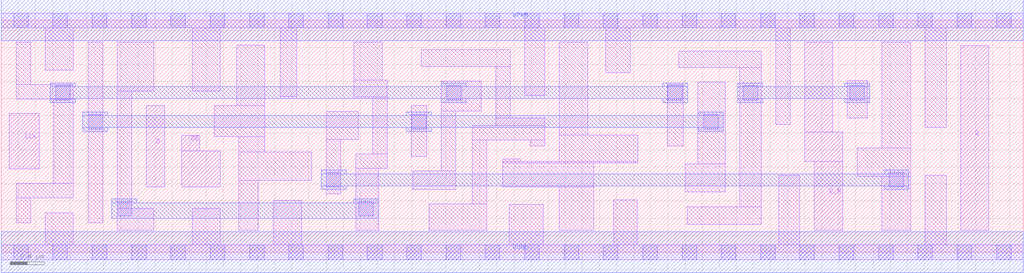
<source format=lef>
# Copyright 2020 The SkyWater PDK Authors
#
# Licensed under the Apache License, Version 2.0 (the "License");
# you may not use this file except in compliance with the License.
# You may obtain a copy of the License at
#
#     https://www.apache.org/licenses/LICENSE-2.0
#
# Unless required by applicable law or agreed to in writing, software
# distributed under the License is distributed on an "AS IS" BASIS,
# WITHOUT WARRANTIES OR CONDITIONS OF ANY KIND, either express or implied.
# See the License for the specific language governing permissions and
# limitations under the License.
#
# SPDX-License-Identifier: Apache-2.0

VERSION 5.7 ;
  NAMESCASESENSITIVE ON ;
  NOWIREEXTENSIONATPIN ON ;
  DIVIDERCHAR "/" ;
  BUSBITCHARS "[]" ;
UNITS
  DATABASE MICRONS 200 ;
END UNITS
MACRO sky130_fd_sc_hd__edfxbp_1
  CLASS CORE ;
  FOREIGN sky130_fd_sc_hd__edfxbp_1 ;
  ORIGIN  0.000000  0.000000 ;
  SIZE  11.96000 BY  2.720000 ;
  SYMMETRY X Y R90 ;
  SITE unithd ;
  PIN D
    ANTENNAGATEAREA  0.159000 ;
    DIRECTION INPUT ;
    USE SIGNAL ;
    PORT
      LAYER li1 ;
        RECT 1.695000 0.765000 1.915000 1.720000 ;
    END
  END D
  PIN DE
    ANTENNAGATEAREA  0.318000 ;
    DIRECTION INPUT ;
    USE SIGNAL ;
    PORT
      LAYER li1 ;
        RECT 2.110000 0.765000 2.565000 1.185000 ;
        RECT 2.110000 1.185000 2.325000 1.370000 ;
    END
  END DE
  PIN Q
    ANTENNADIFFAREA  0.462000 ;
    DIRECTION OUTPUT ;
    USE SIGNAL ;
    PORT
      LAYER li1 ;
        RECT 11.225000 0.255000 11.555000 2.420000 ;
    END
  END Q
  PIN Q_N
    ANTENNADIFFAREA  0.429000 ;
    DIRECTION OUTPUT ;
    USE SIGNAL ;
    PORT
      LAYER li1 ;
        RECT 9.400000 1.065000 9.845000 1.410000 ;
        RECT 9.400000 1.410000 9.730000 2.465000 ;
        RECT 9.515000 0.255000 9.845000 1.065000 ;
    END
  END Q_N
  PIN CLK
    ANTENNAGATEAREA  0.159000 ;
    DIRECTION INPUT ;
    USE CLOCK ;
    PORT
      LAYER li1 ;
        RECT 0.095000 0.975000 0.445000 1.625000 ;
    END
  END CLK
  PIN VGND
    DIRECTION INOUT ;
    SHAPE ABUTMENT ;
    USE GROUND ;
    PORT
      LAYER met1 ;
        RECT 0.000000 -0.240000 11.960000 0.240000 ;
    END
  END VGND
  PIN VPWR
    DIRECTION INOUT ;
    SHAPE ABUTMENT ;
    USE POWER ;
    PORT
      LAYER met1 ;
        RECT 0.000000 2.480000 11.960000 2.960000 ;
    END
  END VPWR
  OBS
    LAYER li1 ;
      RECT  0.000000 -0.085000 11.960000 0.085000 ;
      RECT  0.000000  2.635000 11.960000 2.805000 ;
      RECT  0.175000  0.345000  0.345000 0.635000 ;
      RECT  0.175000  0.635000  0.845000 0.805000 ;
      RECT  0.175000  1.795000  0.845000 1.965000 ;
      RECT  0.175000  1.965000  0.345000 2.465000 ;
      RECT  0.515000  0.085000  0.845000 0.465000 ;
      RECT  0.515000  2.135000  0.845000 2.635000 ;
      RECT  0.615000  0.805000  0.845000 1.795000 ;
      RECT  1.015000  0.345000  1.185000 2.465000 ;
      RECT  1.355000  0.255000  1.785000 0.515000 ;
      RECT  1.355000  0.515000  1.525000 1.890000 ;
      RECT  1.355000  1.890000  1.785000 2.465000 ;
      RECT  2.235000  0.085000  2.565000 0.515000 ;
      RECT  2.235000  1.890000  2.565000 2.635000 ;
      RECT  2.495000  1.355000  3.085000 1.720000 ;
      RECT  2.755000  1.720000  3.085000 2.425000 ;
      RECT  2.780000  0.255000  3.005000 0.845000 ;
      RECT  2.780000  0.845000  3.635000 1.175000 ;
      RECT  2.780000  1.175000  3.085000 1.355000 ;
      RECT  3.185000  0.085000  3.515000 0.610000 ;
      RECT  3.265000  1.825000  3.460000 2.635000 ;
      RECT  3.805000  0.685000  3.975000 1.320000 ;
      RECT  3.805000  1.320000  4.175000 1.650000 ;
      RECT  4.125000  1.820000  4.515000 2.020000 ;
      RECT  4.125000  2.020000  4.455000 2.465000 ;
      RECT  4.145000  0.255000  4.415000 0.980000 ;
      RECT  4.145000  0.980000  4.515000 1.150000 ;
      RECT  4.345000  1.150000  4.515000 1.820000 ;
      RECT  4.795000  1.125000  4.980000 1.720000 ;
      RECT  4.815000  0.735000  5.320000 0.955000 ;
      RECT  4.915000  2.175000  5.955000 2.375000 ;
      RECT  5.005000  0.255000  5.680000 0.565000 ;
      RECT  5.150000  0.955000  5.320000 1.655000 ;
      RECT  5.150000  1.655000  5.615000 2.005000 ;
      RECT  5.510000  0.565000  5.680000 1.315000 ;
      RECT  5.510000  1.315000  6.360000 1.485000 ;
      RECT  5.785000  1.485000  6.360000 1.575000 ;
      RECT  5.785000  1.575000  5.955000 2.175000 ;
      RECT  5.870000  0.765000  6.935000 1.045000 ;
      RECT  5.870000  1.045000  7.445000 1.065000 ;
      RECT  5.870000  1.065000  6.070000 1.095000 ;
      RECT  5.945000  0.085000  6.340000 0.560000 ;
      RECT  6.125000  1.835000  6.360000 2.635000 ;
      RECT  6.190000  1.245000  6.360000 1.315000 ;
      RECT  6.530000  0.255000  6.935000 0.765000 ;
      RECT  6.530000  1.065000  7.445000 1.375000 ;
      RECT  6.530000  1.375000  6.860000 2.465000 ;
      RECT  7.070000  2.105000  7.360000 2.635000 ;
      RECT  7.165000  0.085000  7.440000 0.615000 ;
      RECT  7.790000  1.245000  7.980000 1.965000 ;
      RECT  7.925000  2.165000  8.890000 2.355000 ;
      RECT  8.005000  0.705000  8.470000 1.035000 ;
      RECT  8.025000  0.330000  8.890000 0.535000 ;
      RECT  8.150000  1.035000  8.470000 1.995000 ;
      RECT  8.640000  0.535000  8.890000 2.165000 ;
      RECT  9.060000  1.495000  9.230000 2.635000 ;
      RECT  9.095000  0.085000  9.345000 0.900000 ;
      RECT  9.900000  1.575000 10.130000 2.010000 ;
      RECT 10.015000  0.890000 10.640000 1.220000 ;
      RECT 10.300000  0.255000 10.640000 0.890000 ;
      RECT 10.300000  1.220000 10.640000 2.465000 ;
      RECT 10.810000  0.085000 11.055000 0.900000 ;
      RECT 10.810000  1.465000 11.055000 2.635000 ;
    LAYER mcon ;
      RECT  0.145000 -0.085000  0.315000 0.085000 ;
      RECT  0.145000  2.635000  0.315000 2.805000 ;
      RECT  0.605000 -0.085000  0.775000 0.085000 ;
      RECT  0.605000  2.635000  0.775000 2.805000 ;
      RECT  0.635000  1.785000  0.805000 1.955000 ;
      RECT  1.015000  1.445000  1.185000 1.615000 ;
      RECT  1.065000 -0.085000  1.235000 0.085000 ;
      RECT  1.065000  2.635000  1.235000 2.805000 ;
      RECT  1.355000  0.425000  1.525000 0.595000 ;
      RECT  1.525000 -0.085000  1.695000 0.085000 ;
      RECT  1.525000  2.635000  1.695000 2.805000 ;
      RECT  1.985000 -0.085000  2.155000 0.085000 ;
      RECT  1.985000  2.635000  2.155000 2.805000 ;
      RECT  2.445000 -0.085000  2.615000 0.085000 ;
      RECT  2.445000  2.635000  2.615000 2.805000 ;
      RECT  2.905000 -0.085000  3.075000 0.085000 ;
      RECT  2.905000  2.635000  3.075000 2.805000 ;
      RECT  3.365000 -0.085000  3.535000 0.085000 ;
      RECT  3.365000  2.635000  3.535000 2.805000 ;
      RECT  3.805000  0.765000  3.975000 0.935000 ;
      RECT  3.825000 -0.085000  3.995000 0.085000 ;
      RECT  3.825000  2.635000  3.995000 2.805000 ;
      RECT  4.185000  0.425000  4.355000 0.595000 ;
      RECT  4.285000 -0.085000  4.455000 0.085000 ;
      RECT  4.285000  2.635000  4.455000 2.805000 ;
      RECT  4.745000 -0.085000  4.915000 0.085000 ;
      RECT  4.745000  2.635000  4.915000 2.805000 ;
      RECT  4.800000  1.445000  4.970000 1.615000 ;
      RECT  5.205000 -0.085000  5.375000 0.085000 ;
      RECT  5.205000  2.635000  5.375000 2.805000 ;
      RECT  5.210000  1.785000  5.380000 1.955000 ;
      RECT  5.665000 -0.085000  5.835000 0.085000 ;
      RECT  5.665000  2.635000  5.835000 2.805000 ;
      RECT  6.125000 -0.085000  6.295000 0.085000 ;
      RECT  6.125000  2.635000  6.295000 2.805000 ;
      RECT  6.585000 -0.085000  6.755000 0.085000 ;
      RECT  6.585000  2.635000  6.755000 2.805000 ;
      RECT  7.045000 -0.085000  7.215000 0.085000 ;
      RECT  7.045000  2.635000  7.215000 2.805000 ;
      RECT  7.505000 -0.085000  7.675000 0.085000 ;
      RECT  7.505000  2.635000  7.675000 2.805000 ;
      RECT  7.800000  1.785000  7.970000 1.955000 ;
      RECT  7.965000 -0.085000  8.135000 0.085000 ;
      RECT  7.965000  2.635000  8.135000 2.805000 ;
      RECT  8.220000  1.445000  8.390000 1.615000 ;
      RECT  8.425000 -0.085000  8.595000 0.085000 ;
      RECT  8.425000  2.635000  8.595000 2.805000 ;
      RECT  8.680000  1.785000  8.850000 1.955000 ;
      RECT  8.885000 -0.085000  9.055000 0.085000 ;
      RECT  8.885000  2.635000  9.055000 2.805000 ;
      RECT  9.345000 -0.085000  9.515000 0.085000 ;
      RECT  9.345000  2.635000  9.515000 2.805000 ;
      RECT  9.805000 -0.085000  9.975000 0.085000 ;
      RECT  9.805000  2.635000  9.975000 2.805000 ;
      RECT  9.930000  1.785000 10.100000 1.955000 ;
      RECT 10.265000 -0.085000 10.435000 0.085000 ;
      RECT 10.265000  2.635000 10.435000 2.805000 ;
      RECT 10.390000  0.765000 10.560000 0.935000 ;
      RECT 10.725000 -0.085000 10.895000 0.085000 ;
      RECT 10.725000  2.635000 10.895000 2.805000 ;
      RECT 11.185000 -0.085000 11.355000 0.085000 ;
      RECT 11.185000  2.635000 11.355000 2.805000 ;
      RECT 11.645000 -0.085000 11.815000 0.085000 ;
      RECT 11.645000  2.635000 11.815000 2.805000 ;
    LAYER met1 ;
      RECT  0.575000 1.755000  0.865000 1.800000 ;
      RECT  0.575000 1.800000  8.030000 1.940000 ;
      RECT  0.575000 1.940000  0.865000 1.985000 ;
      RECT  0.955000 1.415000  1.245000 1.460000 ;
      RECT  0.955000 1.460000  8.450000 1.600000 ;
      RECT  0.955000 1.600000  1.245000 1.645000 ;
      RECT  1.295000 0.395000  4.415000 0.580000 ;
      RECT  1.295000 0.580000  1.585000 0.625000 ;
      RECT  3.745000 0.735000  4.035000 0.780000 ;
      RECT  3.745000 0.780000 10.620000 0.920000 ;
      RECT  3.745000 0.920000  4.035000 0.965000 ;
      RECT  4.125000 0.580000  4.415000 0.625000 ;
      RECT  4.740000 1.415000  5.030000 1.460000 ;
      RECT  4.740000 1.600000  5.030000 1.645000 ;
      RECT  5.150000 1.755000  5.440000 1.800000 ;
      RECT  5.150000 1.940000  5.440000 1.985000 ;
      RECT  7.740000 1.755000  8.030000 1.800000 ;
      RECT  7.740000 1.940000  8.030000 1.985000 ;
      RECT  8.160000 1.415000  8.450000 1.460000 ;
      RECT  8.160000 1.600000  8.450000 1.645000 ;
      RECT  8.620000 1.755000  8.910000 1.800000 ;
      RECT  8.620000 1.800000 10.160000 1.940000 ;
      RECT  8.620000 1.940000  8.910000 1.985000 ;
      RECT  9.870000 1.755000 10.160000 1.800000 ;
      RECT  9.870000 1.940000 10.160000 1.985000 ;
      RECT 10.330000 0.735000 10.620000 0.780000 ;
      RECT 10.330000 0.920000 10.620000 0.965000 ;
  END
END sky130_fd_sc_hd__edfxbp_1
END LIBRARY

</source>
